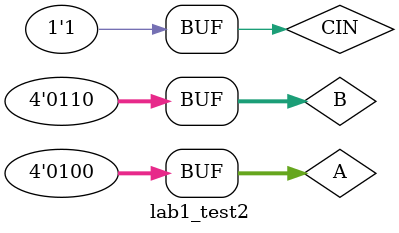
<source format=v>
`timescale 1ns / 1ps


module lab1_test2;

	// Inputs
	reg [3:0] A;
	reg [3:0] B;
	reg CIN;

	// Outputs
	wire [3:0] S;
	wire COUT;

	// Instantiate the Unit Under Test (UUT)
	lab1 uut (
		.S(S), 
		.COUT(COUT), 
		.A(A), 
		.B(B), 
		.CIN(CIN)
	);

	initial begin
		// Initialize Inputs
		A = 4'b0000;
		B = 4'b0000;
		CIN = 1'b0;

		// Wait 100 ns for global reset to finish
		#100;
      #100	A = 4'b0100; B = 4'b0110; CIN = 1'b1;
		// Add stimulus here

	end
      
endmodule


</source>
